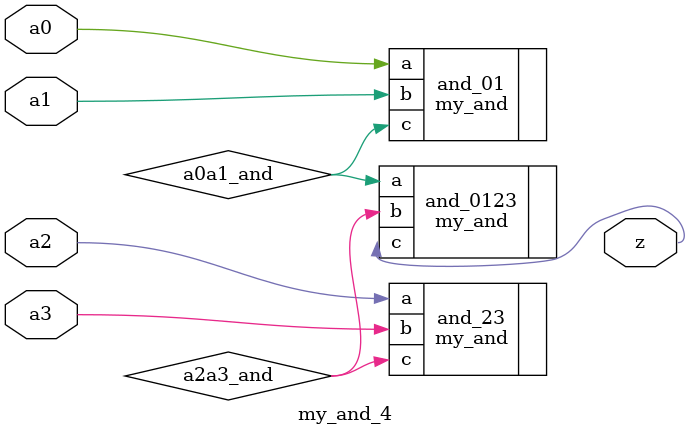
<source format=v>
module my_and_4 (
    input wire a0, a1, a2, a3,
    output wire z
);
wire a0a1_and, a2a3_and;
my_and
    and_01(
        .a(a0),
        .b(a1),
        .c(a0a1_and)
    );
my_and
    and_23(
        .a(a2),
        .b(a3),
        .c(a2a3_and)
    );
my_and
    and_0123(
        .a(a0a1_and),
        .b(a2a3_and),
        .c(z)
    );
endmodule
</source>
